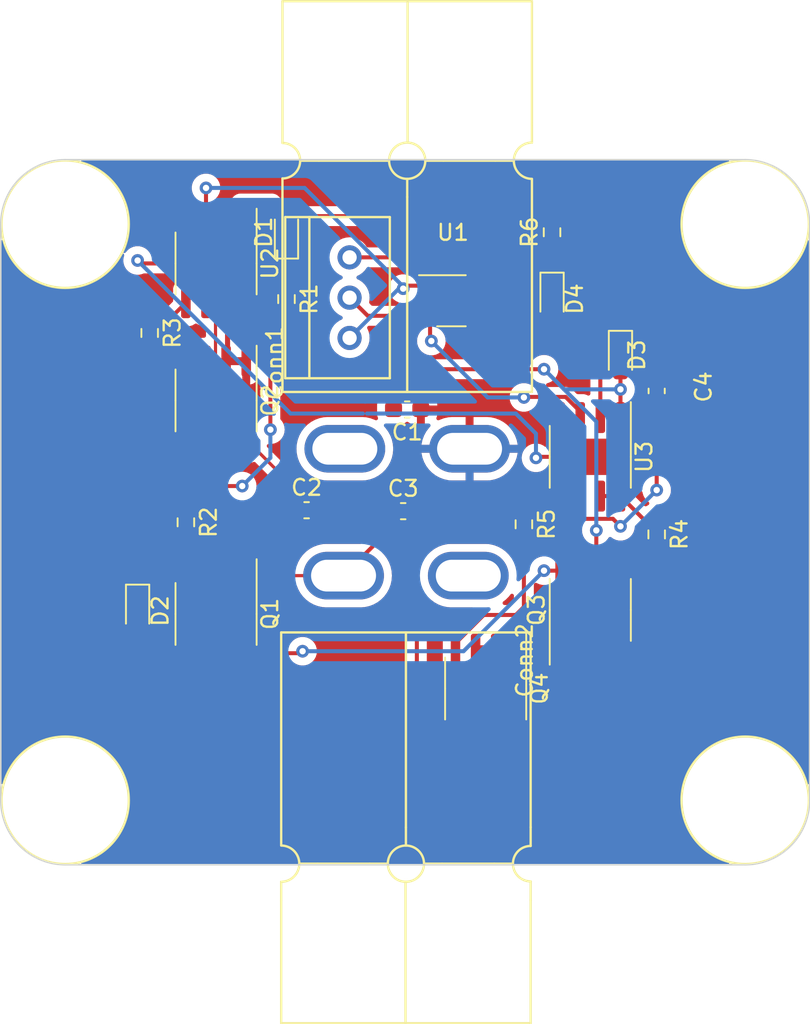
<source format=kicad_pcb>
(kicad_pcb (version 20221018) (generator pcbnew)
  (layers (0 "F.Cu" signal) (31 "B.Cu" signal) (34 "B.Paste" user) (35 "F.Paste" user) (36 "B.SilkS" user "B.Silkscreen") (37 "F.SilkS" user "F.Silkscreen") (38 "B.Mask" user) (39 "F.Mask" user) (44 "Edge.Cuts" user))
  (net 0 "")
  (net 1 "GND")
  (net 2 "Net-(Conn1B-V+Log)")
  (net 3 "Net-(D2-K)")
  (net 4 "/M+")
  (net 5 "/M-")
  (net 6 "Net-(D3-K)")
  (net 7 "PWM_FWD")
  (net 8 "PWM_RVS")
  (net 9 "+3V3")
  (net 10 "Net-(D1-K)")
  (net 11 "Net-(D1-A)")
  (net 12 "+12V")
  (net 13 "Net-(D4-K)")
  (net 14 "Net-(D4-A)")
  (net 15 "Net-(Q1-G)")
  (net 16 "Net-(Q2-G)")
  (net 17 "Net-(Q3-G)")
  (net 18 "Net-(Q4-G)")
  (net 19 "Net-(U2-LO)")
  (net 20 "Net-(U3-LO)")
  (footprint "MRDT_Connectors:Square_Anderson_2_H_Side_By_Side_PV" (layer "F.Cu") (at 156.891 53.6538 -90)
    (fp_text reference "Conn1" (at -5.524 12.603 90) (layer "F.SilkS"))
    (fp_text value "AndersonPP")
    (fp_line (start -28.344 -3.637) (end -28.344 12.111) (stroke (width 0.15)) (layer "F.SilkS"))
    (fp_line (start -28.3186 -3.637) (end -20.5716 -3.637) (stroke (width 0.15)) (layer "F.SilkS"))
    (fp_line (start -28.3186 4.2116) (end -19.4286 4.2116) (stroke (width 0.15)) (layer "F.SilkS"))
    (fp_line (start -20.597 12.111) (end -19.4286 12.111) (stroke (width 0.15)) (layer "F.SilkS"))
    (fp_line (start -20.5716 12.111) (end -28.3186 12.111) (stroke (width 0.15)) (layer "F.SilkS"))
    (fp_line (start -19.4286 -3.637) (end -20.6478 -3.637) (stroke (width 0.15)) (layer "F.SilkS"))
    (fp_line (start -18.2856 -2.494) (end -18.2856 -1.3256) (stroke (width 0.15)) (layer "F.SilkS"))
    (fp_line (start -18.2856 1.951) (end -18.2856 -1.3256) (stroke (width 0.15)) (layer "F.SilkS"))
    (fp_line (start -18.2856 1.951) (end -18.2856 3.094) (stroke (width 0.15)) (layer "F.SilkS"))
    (fp_line (start -18.2856 6.523) (end -18.2856 5.38) (stroke (width 0.15)) (layer "F.SilkS"))
    (fp_line (start -18.2856 6.523) (end -18.2856 9.825) (stroke (width 0.15)) (layer "F.SilkS"))
    (fp_line (start -18.2856 9.7996) (end -18.2856 10.968) (stroke (width 0.15)) (layer "F.SilkS"))
    (fp_line (start -16.025 -3.637) (end -17.1172 -3.637) (stroke (width 0.15)) (layer "F.SilkS"))
    (fp_line (start -15.9996 -3.637) (end -3.706 -3.637) (stroke (width 0.15)) (layer "F.SilkS"))
    (fp_line (start -15.9996 4.237) (end -17.1426 4.237) (stroke (width 0.15)) (layer "F.SilkS"))
    (fp_line (start -15.9996 4.237) (end -3.706 4.237) (stroke (width 0.15)) (layer "F.SilkS"))
    (fp_line (start -15.9996 12.111) (end -3.706 12.111) (stroke (width 0.15)) (layer "F.SilkS"))
    (fp_line (start -15.9742 12.111) (end -17.168 12.111) (stroke (width 0.15)) (layer "F.SilkS"))
    (fp_line (start -3.706 -3.637) (end -3.706 12.111) (stroke (width 0.15)) (layer "F.SilkS"))
    (fp_arc (start -19.4032 12.111) (mid -19.075863 11.320737) (end -18.2856 10.9934) (stroke (width 0.15)) (layer "F.SilkS"))
    (fp_arc (start -18.2856 -2.494) (mid -19.093823 -2.828777) (end -19.4286 -3.637) (stroke (width 0.15)) (layer "F.SilkS"))
    (fp_arc (start -18.2856 10.9934) (mid -17.495337 11.320737) (end -17.168 12.111) (stroke (width 0.15)) (layer "F.SilkS"))
    (fp_arc (start -17.1426 -3.637) (mid -17.477377 -2.828777) (end -18.2856 -2.494) (stroke (width 0.15)) (layer "F.SilkS"))
    (fp_circle (center -18.2856 4.237) (end -18.2856 5.38) (stroke (width 0.15)) (fill none) (layer "F.SilkS"))
    (pad "1" thru_hole oval (at -0.1246 0.3 270) (size 3 5.1) (drill oval 2 4.1) (layers "*.Cu" "*.Mask") (net 1 "GND"))
    (pad "4" thru_hole oval (at -0.1246 8.174 270) (size 3 5.1) (drill oval 2 4.1) (layers "*.Cu" "*.Mask"))
  )
  (footprint "Package_SO:SOIC-8-1EP_3.9x4.9mm_P1.27mm_EP2.29x3mm" (layer "F.Cu") (at 164.211 54.037 -90)
    (fp_text reference "U3" (at 0 -3.4 90) (layer "F.SilkS"))
    (fp_text value "IRS2308")
    (fp_line (start 0 -2.56) (end -3.45 -2.56) (stroke (width 0.12)) (layer "F.SilkS"))
    (fp_line (start 0 -2.56) (end 1.95 -2.56) (stroke (width 0.12)) (layer "F.SilkS"))
    (fp_line (start 0 2.56) (end -1.95 2.56) (stroke (width 0.12)) (layer "F.SilkS"))
    (fp_line (start 0 2.56) (end 1.95 2.56) (stroke (width 0.12)) (layer "F.SilkS"))
    (pad "1" smd roundrect (at -2.475 -1.905 270) (size 1.95 0.6) (layers "F.Cu" "F.Paste" "F.Mask") (net 12 "+12V"))
    (pad "2" smd roundrect (at -2.475 -0.635 270) (size 1.95 0.6) (layers "F.Cu" "F.Paste" "F.Mask") (net 14 "Net-(D4-A)"))
    (pad "3" smd roundrect (at -2.475 0.635 270) (size 1.95 0.6) (layers "F.Cu" "F.Paste" "F.Mask") (net 8 "PWM_RVS"))
    (pad "4" smd roundrect (at -2.475 1.905 270) (size 1.95 0.6) (layers "F.Cu" "F.Paste" "F.Mask") (net 1 "GND"))
    (pad "5" smd roundrect (at 2.475 1.905 270) (size 1.95 0.6) (layers "F.Cu" "F.Paste" "F.Mask") (net 20 "Net-(U3-LO)"))
    (pad "6" smd roundrect (at 2.475 0.635 270) (size 1.95 0.6) (layers "F.Cu" "F.Paste" "F.Mask") (net 5 "/M-"))
    (pad "7" smd roundrect (at 2.475 -0.635 270) (size 1.95 0.6) (layers "F.Cu" "F.Paste" "F.Mask") (net 6 "Net-(D3-K)"))
    (pad "8" smd roundrect (at 2.475 -1.905 270) (size 1.95 0.6) (layers "F.Cu" "F.Paste" "F.Mask") (net 6 "Net-(D3-K)"))
    (pad "9" smd rect (at 0 0 270) (size 2.29 3) (layers "F.Cu" "F.Mask"))
  )
  (footprint "MRDT_Drill_Holes:4_40_Hole" (layer "F.Cu") (at 131.064 75.692)
    (fp_text reference "REF**" hide)
    (fp_text value "4_40_Hole" hide)
    (fp_circle (center 0 0) (end -0.00508 4.01828) (stroke (width 0.15)) (fill none) (layer "F.SilkS"))
    (pad "" np_thru_hole circle (at 0 0) (size 2.9464 2.9464) (drill 2.9464) (layers "F&B.Cu" "*.Mask") (clearance 2.5))
  )
  (footprint "MRDT_Connectors:MOLEX_SL_03_Vertical" (layer "F.Cu") (at 149.017 46.5418 90)
    (fp_text reference "Conn3" hide)
    (fp_text value "Molex_SL_03")
    (fp_line (start -2.54 -4.064) (end -2.54 -2.54) (stroke (width 0.15)) (layer "F.SilkS"))
    (fp_line (start -2.54 2.54) (end -2.54 -2.54) (stroke (width 0.15)) (layer "F.SilkS"))
    (fp_line (start -2.54 2.54) (end 7.62 2.54) (stroke (width 0.15)) (layer "F.SilkS"))
    (fp_line (start 7.62 -4.064) (end -2.54 -4.064) (stroke (width 0.15)) (layer "F.SilkS"))
    (fp_line (start 7.62 -2.54) (end -2.54 -2.54) (stroke (width 0.15)) (layer "F.SilkS"))
    (fp_line (start 7.62 -2.54) (end 7.62 -4.064) (stroke (width 0.15)) (layer "F.SilkS"))
    (fp_line (start 7.62 2.54) (end 7.62 -2.54) (stroke (width 0.15)) (layer "F.SilkS"))
    (pad "1" thru_hole circle (at 0 0 90) (size 1.524 1.524) (drill 0.9) (layers "*.Cu" "*.Mask") (net 7 "PWM_FWD"))
    (pad "2" thru_hole circle (at 2.54 0 90) (size 1.524 1.524) (drill 0.9) (layers "*.Cu" "*.Mask") (net 8 "PWM_RVS"))
    (pad "3" thru_hole circle (at 5.08 0 90) (size 1.524 1.524) (drill 0.9) (layers "*.Cu" "*.Mask") (net 9 "+3V3"))
  )
  (footprint "Resistor_SMD:R_0603_1608Metric_Pad0.98x0.95mm_HandSolder" (layer "F.Cu") (at 160.02 58.29 -90)
    (fp_text reference "R5" (at 0 -1.43 90) (layer "F.SilkS"))
    (fp_text value "100")
    (fp_line (start -0.254724 -0.5225) (end 0.254724 -0.5225) (stroke (width 0.12)) (layer "F.SilkS"))
    (fp_line (start -0.254724 0.5225) (end 0.254724 0.5225) (stroke (width 0.12)) (layer "F.SilkS"))
    (pad "1" smd roundrect (at -0.9125 0 270) (size 0.975 0.95) (layers "F.Cu" "F.Paste" "F.Mask") (net 20 "Net-(U3-LO)"))
    (pad "2" smd roundrect (at 0.9125 0 270) (size 0.975 0.95) (layers "F.Cu" "F.Paste" "F.Mask") (net 18 "Net-(Q4-G)"))
  )
  (footprint "Package_TO_SOT_SMD:SOT-23-6_Handsoldering" (layer "F.Cu") (at 155.448 44.196)
    (fp_text reference "U1" (at 0.092 -4.3) (layer "F.SilkS"))
    (fp_text value "74LVC2G04")
    (fp_line (start -0.9 1.61) (end 0.9 1.61) (stroke (width 0.12)) (layer "F.SilkS"))
    (fp_line (start 0.9 -1.61) (end -2.05 -1.61) (stroke (width 0.12)) (layer "F.SilkS"))
    (pad "1" smd rect (at -1.35 -0.95) (size 1.56 0.65) (layers "F.Cu" "F.Paste" "F.Mask") (net 7 "PWM_FWD"))
    (pad "2" smd rect (at -1.35 0) (size 1.56 0.65) (layers "F.Cu" "F.Paste" "F.Mask") (net 1 "GND"))
    (pad "3" smd rect (at -1.35 0.95) (size 1.56 0.65) (layers "F.Cu" "F.Paste" "F.Mask") (net 8 "PWM_RVS"))
    (pad "4" smd rect (at 1.35 0.95) (size 1.56 0.65) (layers "F.Cu" "F.Paste" "F.Mask") (net 14 "Net-(D4-A)"))
    (pad "5" smd rect (at 1.35 0) (size 1.56 0.65) (layers "F.Cu" "F.Paste" "F.Mask") (net 9 "+3V3"))
    (pad "6" smd rect (at 1.35 -0.95) (size 1.56 0.65) (layers "F.Cu" "F.Paste" "F.Mask") (net 11 "Net-(D1-A)"))
  )
  (footprint "Capacitor_SMD:C_0603_1608Metric_Pad1.08x0.95mm_HandSolder" (layer "F.Cu") (at 152.654 51.054 180)
    (fp_text reference "C1" (at 0 -1.43) (layer "F.SilkS"))
    (fp_text value "220uF")
    (fp_line (start -0.146267 -0.51) (end 0.146267 -0.51) (stroke (width 0.12)) (layer "F.SilkS"))
    (fp_line (start -0.146267 0.51) (end 0.146267 0.51) (stroke (width 0.12)) (layer "F.SilkS"))
    (pad "1" smd roundrect (at -0.8625 0 180) (size 1.075 0.95) (layers "F.Cu" "F.Paste" "F.Mask") (net 1 "GND"))
    (pad "2" smd roundrect (at 0.8625 0 180) (size 1.075 0.95) (layers "F.Cu" "F.Paste" "F.Mask") (net 2 "Net-(Conn1B-V+Log)"))
  )
  (footprint "Resistor_SMD:R_0603_1608Metric_Pad0.98x0.95mm_HandSolder" (layer "F.Cu") (at 145.034 44.0925 -90)
    (fp_text reference "R1" (at 0 -1.43 90) (layer "F.SilkS"))
    (fp_text value "120")
    (fp_line (start -0.254724 -0.5225) (end 0.254724 -0.5225) (stroke (width 0.12)) (layer "F.SilkS"))
    (fp_line (start -0.254724 0.5225) (end 0.254724 0.5225) (stroke (width 0.12)) (layer "F.SilkS"))
    (pad "1" smd roundrect (at -0.9125 0 270) (size 0.975 0.95) (layers "F.Cu" "F.Paste" "F.Mask") (net 10 "Net-(D1-K)"))
    (pad "2" smd roundrect (at 0.9125 0 270) (size 0.975 0.95) (layers "F.Cu" "F.Paste" "F.Mask") (net 1 "GND"))
  )
  (footprint "Diode_SMD:D_0603_1608Metric_Pad1.05x0.95mm_HandSolder" (layer "F.Cu") (at 135.636 63.754 -90)
    (fp_text reference "D2" (at 0 -1.43 90) (layer "F.SilkS"))
    (fp_text value "SD0603S04")
    (fp_line (start -1.66 -0.735) (end -1.66 0.735) (stroke (width 0.12)) (layer "F.SilkS"))
    (fp_line (start -1.66 0.735) (end 0.8 0.735) (stroke (width 0.12)) (layer "F.SilkS"))
    (fp_line (start 0.8 -0.735) (end -1.66 -0.735) (stroke (width 0.12)) (layer "F.SilkS"))
    (pad "1" smd roundrect (at -0.875 0 270) (size 1.05 0.95) (layers "F.Cu" "F.Paste" "F.Mask") (net 3 "Net-(D2-K)"))
    (pad "2" smd roundrect (at 0.875 0 270) (size 1.05 0.95) (layers "F.Cu" "F.Paste" "F.Mask") (net 12 "+12V"))
  )
  (footprint "Resistor_SMD:R_0603_1608Metric_Pad0.98x0.95mm_HandSolder" (layer "F.Cu") (at 138.684 58.166 -90)
    (fp_text reference "R2" (at 0 -1.43 90) (layer "F.SilkS"))
    (fp_text value "100")
    (fp_line (start -0.254724 -0.5225) (end 0.254724 -0.5225) (stroke (width 0.12)) (layer "F.SilkS"))
    (fp_line (start -0.254724 0.5225) (end 0.254724 0.5225) (stroke (width 0.12)) (layer "F.SilkS"))
    (pad "1" smd roundrect (at -0.9125 0 270) (size 0.975 0.95) (layers "F.Cu" "F.Paste" "F.Mask") (net 3 "Net-(D2-K)"))
    (pad "2" smd roundrect (at 0.9125 0 270) (size 0.975 0.95) (layers "F.Cu" "F.Paste" "F.Mask") (net 15 "Net-(Q1-G)"))
  )
  (footprint "MRDT_Connectors:Square_Anderson_2_H_Side_By_Side_PV" (layer "F.Cu") (at 148.336 61.4032 90)
    (fp_text reference "Conn2" (at -5.466 11.726 90) (layer "F.SilkS"))
    (fp_text value "AndersonPP")
    (fp_line (start -28.344 -3.637) (end -28.344 12.111) (stroke (width 0.15)) (layer "F.SilkS"))
    (fp_line (start -28.3186 -3.637) (end -20.5716 -3.637) (stroke (width 0.15)) (layer "F.SilkS"))
    (fp_line (start -28.3186 4.2116) (end -19.4286 4.2116) (stroke (width 0.15)) (layer "F.SilkS"))
    (fp_line (start -20.597 12.111) (end -19.4286 12.111) (stroke (width 0.15)) (layer "F.SilkS"))
    (fp_line (start -20.5716 12.111) (end -28.3186 12.111) (stroke (width 0.15)) (layer "F.SilkS"))
    (fp_line (start -19.4286 -3.637) (end -20.6478 -3.637) (stroke (width 0.15)) (layer "F.SilkS"))
    (fp_line (start -18.2856 -2.494) (end -18.2856 -1.3256) (stroke (width 0.15)) (layer "F.SilkS"))
    (fp_line (start -18.2856 1.951) (end -18.2856 -1.3256) (stroke (width 0.15)) (layer "F.SilkS"))
    (fp_line (start -18.2856 1.951) (end -18.2856 3.094) (stroke (width 0.15)) (layer "F.SilkS"))
    (fp_line (start -18.2856 6.523) (end -18.2856 5.38) (stroke (width 0.15)) (layer "F.SilkS"))
    (fp_line (start -18.2856 6.523) (end -18.2856 9.825) (stroke (width 0.15)) (layer "F.SilkS"))
    (fp_line (start -18.2856 9.7996) (end -18.2856 10.968) (stroke (width 0.15)) (layer "F.SilkS"))
    (fp_line (start -16.025 -3.637) (end -17.1172 -3.637) (stroke (width 0.15)) (layer "F.SilkS"))
    (fp_line (start -15.9996 -3.637) (end -3.706 -3.637) (stroke (width 0.15)) (layer "F.SilkS"))
    (fp_line (start -15.9996 4.237) (end -17.1426 4.237) (stroke (width 0.15)) (layer "F.SilkS"))
    (fp_line (start -15.9996 4.237) (end -3.706 4.237) (stroke (width 0.15)) (layer "F.SilkS"))
    (fp_line (start -15.9996 12.111) (end -3.706 12.111) (stroke (width 0.15)) (layer "F.SilkS"))
    (fp_line (start -15.9742 12.111) (end -17.168 12.111) (stroke (width 0.15)) (layer "F.SilkS"))
    (fp_line (start -3.706 -3.637) (end -3.706 12.111) (stroke (width 0.15)) (layer "F.SilkS"))
    (fp_arc (start -19.4032 12.111) (mid -19.075863 11.320737) (end -18.2856 10.9934) (stroke (width 0.15)) (layer "F.SilkS"))
    (fp_arc (start -18.2856 -2.494) (mid -19.093823 -2.828777) (end -19.4286 -3.637) (stroke (width 0.15)) (layer "F.SilkS"))
    (fp_arc (start -18.2856 10.9934) (mid -17.495337 11.320737) (end -17.168 12.111) (stroke (width 0.15)) (layer "F.SilkS"))
    (fp_arc (start -17.1426 -3.637) (mid -17.477377 -2.828777) (end -18.2856 -2.494) (stroke (width 0.15)) (layer "F.SilkS"))
    (fp_circle (center -18.2856 4.237) (end -18.2856 5.38) (stroke (width 0.15)) (fill none) (layer "F.SilkS"))
    (pad "1" thru_hole oval (at -0.1246 0.3 90) (size 3 5.1) (drill oval 2 4.1) (layers "*.Cu" "*.Mask") (net 4 "/M+"))
    (pad "4" thru_hole oval (at -0.1246 8.174 90) (size 3 5.1) (drill oval 2 4.1) (layers "*.Cu" "*.Mask"))
  )
  (footprint "Package_SO:SOIC-8_3.9x4.9mm_P1.27mm" (layer "F.Cu") (at 140.589 50.481 -90)
    (fp_text reference "Q2" (at 0 -3.4 -270) (layer "F.SilkS"))
    (fp_text value "Si4156DY")
    (fp_line (start 0 -2.56) (end -3.45 -2.56) (stroke (width 0.12)) (layer "F.SilkS"))
    (fp_line (start 0 -2.56) (end 1.95 -2.56) (stroke (width 0.12)) (layer "F.SilkS"))
    (fp_line (start 0 2.56) (end -1.95 2.56) (stroke (width 0.12)) (layer "F.SilkS"))
    (fp_line (start 0 2.56) (end 1.95 2.56) (stroke (width 0.12)) (layer "F.SilkS"))
    (pad "1" smd roundrect (at -2.475 -1.905 270) (size 1.95 0.6) (layers "F.Cu" "F.Paste" "F.Mask") (net 1 "GND"))
    (pad "2" smd roundrect (at -2.475 -0.635 270) (size 1.95 0.6) (layers "F.Cu" "F.Paste" "F.Mask") (net 1 "GND"))
    (pad "3" smd roundrect (at -2.475 0.635 270) (size 1.95 0.6) (layers "F.Cu" "F.Paste" "F.Mask") (net 1 "GND"))
    (pad "4" smd roundrect (at -2.475 1.905 270) (size 1.95 0.6) (layers "F.Cu" "F.Paste" "F.Mask") (net 16 "Net-(Q2-G)"))
    (pad "5" smd roundrect (at 2.475 1.905 270) (size 1.95 0.6) (layers "F.Cu" "F.Paste" "F.Mask") (net 4 "/M+"))
    (pad "6" smd roundrect (at 2.475 0.635 270) (size 1.95 0.6) (layers "F.Cu" "F.Paste" "F.Mask") (net 4 "/M+"))
    (pad "7" smd roundrect (at 2.475 -0.635 270) (size 1.95 0.6) (layers "F.Cu" "F.Paste" "F.Mask") (net 4 "/M+"))
    (pad "8" smd roundrect (at 2.475 -1.905 270) (size 1.95 0.6) (layers "F.Cu" "F.Paste" "F.Mask") (net 4 "/M+"))
  )
  (footprint "LED_SMD:LED_0603_1608Metric_Pad1.05x0.95mm_HandSolder" (layer "F.Cu") (at 145.034 39.878 90)
    (fp_text reference "D1" (at 0 -1.43 90) (layer "F.SilkS"))
    (fp_text value "Orange")
    (fp_line (start -1.66 -0.735) (end -1.66 0.735) (stroke (width 0.12)) (layer "F.SilkS"))
    (fp_line (start -1.66 0.735) (end 0.8 0.735) (stroke (width 0.12)) (layer "F.SilkS"))
    (fp_line (start 0.8 -0.735) (end -1.66 -0.735) (stroke (width 0.12)) (layer "F.SilkS"))
    (pad "1" smd roundrect (at -0.875 0 90) (size 1.05 0.95) (layers "F.Cu" "F.Paste" "F.Mask") (net 10 "Net-(D1-K)"))
    (pad "2" smd roundrect (at 0.875 0 90) (size 1.05 0.95) (layers "F.Cu" "F.Paste" "F.Mask") (net 11 "Net-(D1-A)"))
  )
  (footprint "Resistor_SMD:R_0603_1608Metric_Pad0.98x0.95mm_HandSolder" (layer "F.Cu") (at 161.798 39.878 90)
    (fp_text reference "R6" (at 0 -1.43 90) (layer "F.SilkS"))
    (fp_text value "120")
    (fp_line (start -0.254724 -0.5225) (end 0.254724 -0.5225) (stroke (width 0.12)) (layer "F.SilkS"))
    (fp_line (start -0.254724 0.5225) (end 0.254724 0.5225) (stroke (width 0.12)) (layer "F.SilkS"))
    (pad "1" smd roundrect (at -0.9125 0 90) (size 0.975 0.95) (layers "F.Cu" "F.Paste" "F.Mask") (net 13 "Net-(D4-K)"))
    (pad "2" smd roundrect (at 0.9125 0 90) (size 0.975 0.95) (layers "F.Cu" "F.Paste" "F.Mask") (net 1 "GND"))
  )
  (footprint "MRDT_Drill_Holes:4_40_Hole" (layer "F.Cu") (at 173.99 75.692)
    (fp_text reference "REF**" hide)
    (fp_text value "4_40_Hole" hide)
    (fp_circle (center 0 0) (end -0.00508 4.01828) (stroke (width 0.15)) (fill none) (layer "F.SilkS"))
    (pad "" np_thru_hole circle (at 0 0) (size 2.9464 2.9464) (drill 2.9464) (layers "F&B.Cu" "*.Mask") (clearance 2.5))
  )
  (footprint "Capacitor_SMD:C_0603_1608Metric_Pad1.08x0.95mm_HandSolder" (layer "F.Cu") (at 152.4 57.4638)
    (fp_text reference "C3" (at 0 -1.43) (layer "F.SilkS"))
    (fp_text value "10uF")
    (fp_line (start -0.146267 -0.51) (end 0.146267 -0.51) (stroke (width 0.12)) (layer "F.SilkS"))
    (fp_line (start -0.146267 0.51) (end 0.146267 0.51) (stroke (width 0.12)) (layer "F.SilkS"))
    (pad "1" smd roundrect (at -0.8625 0) (size 1.075 0.95) (layers "F.Cu" "F.Paste" "F.Mask") (net 4 "/M+"))
    (pad "2" smd roundrect (at 0.8625 0) (size 1.075 0.95) (layers "F.Cu" "F.Paste" "F.Mask") (net 5 "/M-"))
  )
  (footprint "Resistor_SMD:R_0603_1608Metric_Pad0.98x0.95mm_HandSolder" (layer "F.Cu") (at 168.402 58.928 -90)
    (fp_text reference "R4" (at 0 -1.43 90) (layer "F.SilkS"))
    (fp_text value "100")
    (fp_line (start -0.254724 -0.5225) (end 0.254724 -0.5225) (stroke (width 0.12)) (layer "F.SilkS"))
    (fp_line (start -0.254724 0.5225) (end 0.254724 0.5225) (stroke (width 0.12)) (layer "F.SilkS"))
    (pad "1" smd roundrect (at -0.9125 0 270) (size 0.975 0.95) (layers "F.Cu" "F.Paste" "F.Mask") (net 6 "Net-(D3-K)"))
    (pad "2" smd roundrect (at 0.9125 0 270) (size 0.975 0.95) (layers "F.Cu" "F.Paste" "F.Mask") (net 17 "Net-(Q3-G)"))
  )
  (footprint "Package_SO:SOIC-8_3.9x4.9mm_P1.27mm" (layer "F.Cu") (at 140.589 63.943 -90)
    (fp_text reference "Q1" (at 0 -3.4 90) (layer "F.SilkS"))
    (fp_text value "Si4156DY")
    (fp_line (start 0 -2.56) (end -3.45 -2.56) (stroke (width 0.12)) (layer "F.SilkS"))
    (fp_line (start 0 -2.56) (end 1.95 -2.56) (stroke (width 0.12)) (layer "F.SilkS"))
    (fp_line (start 0 2.56) (end -1.95 2.56) (stroke (width 0.12)) (layer "F.SilkS"))
    (fp_line (start 0 2.56) (end 1.95 2.56) (stroke (width 0.12)) (layer "F.SilkS"))
    (pad "1" smd roundrect (at -2.475 -1.905 270) (size 1.95 0.6) (layers "F.Cu" "F.Paste" "F.Mask") (net 4 "/M+"))
    (pad "2" smd roundrect (at -2.475 -0.635 270) (size 1.95 0.6) (layers "F.Cu" "F.Paste" "F.Mask") (net 4 "/M+"))
    (pad "3" smd roundrect (at -2.475 0.635 270) (size 1.95 0.6) (layers "F.Cu" "F.Paste" "F.Mask") (net 4 "/M+"))
    (pad "4" smd roundrect (at -2.475 1.905 270) (size 1.95 0.6) (layers "F.Cu" "F.Paste" "F.Mask") (net 15 "Net-(Q1-G)"))
    (pad "5" smd roundrect (at 2.475 1.905 270) (size 1.95 0.6) (layers "F.Cu" "F.Paste" "F.Mask") (net 12 "+12V"))
    (pad "6" smd roundrect (at 2.475 0.635 270) (size 1.95 0.6) (layers "F.Cu" "F.Paste" "F.Mask") (net 12 "+12V"))
    (pad "7" smd roundrect (at 2.475 -0.635 270) (size 1.95 0.6) (layers "F.Cu" "F.Paste" "F.Mask") (net 12 "+12V"))
    (pad "8" smd roundrect (at 2.475 -1.905 270) (size 1.95 0.6) (layers "F.Cu" "F.Paste" "F.Mask") (net 12 "+12V"))
  )
  (footprint "Diode_SMD:D_0603_1608Metric_Pad1.05x0.95mm_HandSolder" (layer "F.Cu") (at 166.116 47.752 -90)
    (fp_text reference "D3" (at -0.127 -1.037 90) (layer "F.SilkS"))
    (fp_text value "SD0603S04")
    (fp_line (start -1.66 -0.735) (end -1.66 0.735) (stroke (width 0.12)) (layer "F.SilkS"))
    (fp_line (start -1.66 0.735) (end 0.8 0.735) (stroke (width 0.12)) (layer "F.SilkS"))
    (fp_line (start 0.8 -0.735) (end -1.66 -0.735) (stroke (width 0.12)) (layer "F.SilkS"))
    (pad "1" smd roundrect (at -0.875 0 270) (size 1.05 0.95) (layers "F.Cu" "F.Paste" "F.Mask") (net 6 "Net-(D3-K)"))
    (pad "2" smd roundrect (at 0.875 0 270) (size 1.05 0.95) (layers "F.Cu" "F.Paste" "F.Mask") (net 12 "+12V"))
  )
  (footprint "Resistor_SMD:R_0603_1608Metric_Pad0.98x0.95mm_HandSolder" (layer "F.Cu") (at 136.398 46.228 -90)
    (fp_text reference "R3" (at 0 -1.43 90) (layer "F.SilkS"))
    (fp_text value "100")
    (fp_line (start -0.254724 -0.5225) (end 0.254724 -0.5225) (stroke (width 0.12)) (layer "F.SilkS"))
    (fp_line (start -0.254724 0.5225) (end 0.254724 0.5225) (stroke (width 0.12)) (layer "F.SilkS"))
    (pad "1" smd roundrect (at -0.9125 0 270) (size 0.975 0.95) (layers "F.Cu" "F.Paste" "F.Mask") (net 19 "Net-(U2-LO)"))
    (pad "2" smd roundrect (at 0.9125 0 270) (size 0.975 0.95) (layers "F.Cu" "F.Paste" "F.Mask") (net 16 "Net-(Q2-G)"))
  )
  (footprint "Package_SO:SOIC-8-1EP_3.9x4.9mm_P1.27mm_EP2.29x3mm" (layer "F.Cu") (at 140.589 41.845 -90)
    (fp_text reference "U2" (at 0 -3.4 -270) (layer "F.SilkS"))
    (fp_text value "IRS2308")
    (fp_line (start 0 -2.56) (end -3.45 -2.56) (stroke (width 0.12)) (layer "F.SilkS"))
    (fp_line (start 0 -2.56) (end 1.95 -2.56) (stroke (width 0.12)) (layer "F.SilkS"))
    (fp_line (start 0 2.56) (end -1.95 2.56) (stroke (width 0.12)) (layer "F.SilkS"))
    (fp_line (start 0 2.56) (end 1.95 2.56) (stroke (width 0.12)) (layer "F.SilkS"))
    (pad "1" smd roundrect (at -2.475 -1.905 270) (size 1.95 0.6) (layers "F.Cu" "F.Paste" "F.Mask") (net 12 "+12V"))
    (pad "2" smd roundrect (at -2.475 -0.635 270) (size 1.95 0.6) (layers "F.Cu" "F.Paste" "F.Mask") (net 11 "Net-(D1-A)"))
    (pad "3" smd roundrect (at -2.475 0.635 270) (size 1.95 0.6) (layers "F.Cu" "F.Paste" "F.Mask") (net 7 "PWM_FWD"))
    (pad "4" smd roundrect (at -2.475 1.905 270) (size 1.95 0.6) (layers "F.Cu" "F.Paste" "F.Mask") (net 1 "GND"))
    (pad "5" smd roundrect (at 2.475 1.905 270) (size 1.95 0.6) (layers "F.Cu" "F.Paste" "F.Mask") (net 19 "Net-(U2-LO)"))
    (pad "6" smd roundrect (at 2.475 0.635 270) (size 1.95 0.6) (layers "F.Cu" "F.Paste" "F.Mask") (net 4 "/M+"))
    (pad "7" smd roundrect (at 2.475 -0.635 270) (size 1.95 0.6) (layers "F.Cu" "F.Paste" "F.Mask") (net 3 "Net-(D2-K)"))
    (pad "8" smd roundrect (at 2.475 -1.905 270) (size 1.95 0.6) (layers "F.Cu" "F.Paste" "F.Mask") (net 3 "Net-(D2-K)"))
    (pad "9" smd rect (at 0 0 270) (size 2.29 3) (layers "F.Cu" "F.Mask"))
  )
  (footprint "LED_SMD:LED_0603_1608Metric_Pad1.05x0.95mm_HandSolder" (layer "F.Cu") (at 161.798 44.083 -90)
    (fp_text reference "D4" (at 0 -1.43 90) (layer "F.SilkS"))
    (fp_text value "Orange")
    (fp_line (start -1.66 -0.735) (end -1.66 0.735) (stroke (width 0.12)) (layer "F.SilkS"))
    (fp_line (start -1.66 0.735) (end 0.8 0.735) (stroke (width 0.12)) (layer "F.SilkS"))
    (fp_line (start 0.8 -0.735) (end -1.66 -0.735) (stroke (width 0.12)) (layer "F.SilkS"))
    (pad "1" smd roundrect (at -0.875 0 270) (size 1.05 0.95) (layers "F.Cu" "F.Paste" "F.Mask") (net 13 "Net-(D4-K)"))
    (pad "2" smd roundrect (at 0.875 0 270) (size 1.05 0.95) (layers "F.Cu" "F.Paste" "F.Mask") (net 14 "Net-(D4-A)"))
  )
  (footprint "MRDT_Drill_Holes:4_40_Hole" (layer "F.Cu") (at 173.99 39.37)
    (fp_text reference "REF**" hide)
    (fp_text value "4_40_Hole" hide)
    (fp_circle (center 0 0) (end -0.00508 4.01828) (stroke (width 0.15)) (fill none) (layer "F.SilkS"))
    (pad "" np_thru_hole circle (at 0 0) (size 2.9464 2.9464) (drill 2.9464) (layers "*.Cu" "*.Mask") (clearance 2.5))
  )
  (footprint "Package_SO:SOIC-8_3.9x4.9mm_P1.27mm" (layer "F.Cu") (at 157.607 68.645 -90)
    (fp_text reference "Q4" (at 0 -3.4 90) (layer "F.SilkS"))
    (fp_text value "Si4156DY")
    (fp_line (start 0 -2.56) (end -3.45 -2.56) (stroke (width 0.12)) (layer "F.SilkS"))
    (fp_line (start 0 -2.56) (end 1.95 -2.56) (stroke (width 0.12)) (layer "F.SilkS"))
    (fp_line (start 0 2.56) (end -1.95 2.56) (stroke (width 0.12)) (layer "F.SilkS"))
    (fp_line (start 0 2.56) (end 1.95 2.56) (stroke (width 0.12)) (layer "F.SilkS"))
    (pad "1" smd roundrect (at -2.475 -1.905 270) (size 1.95 0.6) (layers "F.Cu" "F.Paste" "F.Mask") (net 1 "GND"))
    (pad "2" smd roundrect (at -2.475 -0.635 270) (size 1.95 0.6) (layers "F.Cu" "F.Paste" "F.Mask") (net 1 "GND"))
    (pad "3" smd roundrect (at -2.475 0.635 270) (size 1.95 0.6) (layers "F.Cu" "F.Paste" "F.Mask") (net 1 "GND"))
    (pad "4" smd roundrect (at -2.475 1.905 270) (size 1.95 0.6) (layers "F.Cu" "F.Paste" "F.Mask") (net 18 "Net-(Q4-G)"))
    (pad "5" smd roundrect (at 2.475 1.905 270) (size 1.95 0.6) (layers "F.Cu" "F.Paste" "F.Mask") (net 5 "/M-"))
    (pad "6" smd roundrect (at 2.475 0.635 270) (size 1.95 0.6) (layers "F.Cu" "F.Paste" "F.Mask") (net 5 "/M-"))
    (pad "7" smd roundrect (at 2.475 -0.635 270) (size 1.95 0.6) (layers "F.Cu" "F.Paste" "F.Mask") (net 5 "/M-"))
    (pad "8" smd roundrect (at 2.475 -1.905 270) (size 1.95 0.6) (layers "F.Cu" "F.Paste" "F.Mask") (net 5 "/M-"))
  )
  (footprint "Capacitor_SMD:C_0603_1608Metric_Pad1.08x0.95mm_HandSolder" (layer "F.Cu") (at 168.402 49.8845 -90)
    (fp_text reference "C4" (at -0.254 -2.954 90) (layer "F.SilkS"))
    (fp_text value "1uF")
    (fp_line (start -0.146267 -0.51) (end 0.146267 -0.51) (stroke (width 0.12)) (layer "F.SilkS"))
    (fp_line (start -0.146267 0.51) (end 0.146267 0.51) (stroke (width 0.12)) (layer "F.SilkS"))
    (pad "1" smd roundrect (at -0.8625 0 270) (size 1.075 0.95) (layers "F.Cu" "F.Paste" "F.Mask") (net 6 "Net-(D3-K)"))
    (pad "2" smd roundrect (at 0.8625 0 270) (size 1.075 0.95) (layers "F.Cu" "F.Paste" "F.Mask") (net 5 "/M-"))
  )
  (footprint "Package_SO:SOIC-8_3.9x4.9mm_P1.27mm" (layer "F.Cu") (at 164.211 63.689 90)
    (fp_text reference "Q3" (at 0 -3.4 90) (layer "F.SilkS"))
    (fp_text value "Si4156DY")
    (fp_line (start 0 -2.56) (end -3.45 -2.56) (stroke (width 0.12)) (layer "F.SilkS"))
    (fp_line (start 0 -2.56) (end 1.95 -2.56) (stroke (width 0.12)) (layer "F.SilkS"))
    (fp_line (start 0 2.56) (end -1.95 2.56) (stroke (width 0.12)) (layer "F.SilkS"))
    (fp_line (start 0 2.56) (end 1.95 2.56) (stroke (width 0.12)) (layer "F.SilkS"))
    (pad "1" smd roundrect (at -2.475 -1.905 90) (size 1.95 0.6) (layers "F.Cu" "F.Paste" "F.Mask") (net 5 "/M-"))
    (pad "2" smd roundrect (at -2.475 -0.635 90) (size 1.95 0.6) (layers "F.Cu" "F.Paste" "F.Mask") (net 5 "/M-"))
    (pad "3" smd roundrect (at -2.475 0.635 90) (size 1.95 0.6) (layers "F.Cu" "F.Paste" "F.Mask") (net 5 "/M-"))
    (pad "4" smd roundrect (at -2.475 1.905 90) (size 1.95 0.6) (layers "F.Cu" "F.Paste" "F.Mask") (net 17 "Net-(Q3-G)"))
    (pad "5" smd roundrect (at 2.475 1.905 90) (size 1.95 0.6) (layers "F.Cu" "F.Paste" "F.Mask") (net 12 "+12V"))
    (pad "6" smd roundrect (at 2.475 0.635 90) (size 1.95 0.6) (layers "F.Cu" "F.Paste" "F.Mask") (net 12 "+12V"))
    (pad "7" smd roundrect (at 2.475 -0.635 90) (size 1.95 0.6) (layers "F.Cu" "F.Paste" "F.Mask") (net 12 "+12V"))
    (pad "8" smd roundrect (at 2.475 -1.905 90) (size 1.95 0.6) (layers "F.Cu" "F.Paste" "F.Mask") (net 12 "+12V"))
  )
  (footprint "Capacitor_SMD:C_0603_1608Metric_Pad1.08x0.95mm_HandSolder" (layer "F.Cu") (at 146.304 57.404)
    (fp_text reference "C2" (at 0 -1.43) (layer "F.SilkS"))
    (fp_text value "1uF")
    (fp_line (start -0.146267 -0.51) (end 0.146267 -0.51) (stroke (width 0.12)) (layer "F.SilkS"))
    (fp_line (start -0.146267 0.51) (end 0.146267 0.51) (stroke (width 0.12)) (layer "F.SilkS"))
    (pad "1" smd roundrect (at -0.8625 0) (size 1.075 0.95) (layers "F.Cu" "F.Paste" "F.Mask") (net 3 "Net-(D2-K)"))
    (pad "2" smd roundrect (at 0.8625 0) (size 1.075 0.95) (layers "F.Cu" "F.Paste" "F.Mask") (net 4 "/M+"))
  )
  (footprint "MRDT_Drill_Holes:4_40_Hole" (layer "F.Cu") (at 131.064 39.37)
    (fp_text reference "REF**" hide)
    (fp_text value "4_40_Hole" hide)
    (fp_circle (center 0 0) (end -0.00508 4.01828) (stroke (width 0.15)) (fill none) (layer "F.SilkS"))
    (pad "" np_thru_hole circle (at 0 0) (size 2.9464 2.9464) (drill 2.9464) (layers "*.Cu" "*.Mask") (clearance 2.5))
  )
  (gr_arc (start 178.054 75.692) (mid 176.863682 78.565682) (end 173.99 79.756) (stroke (width 0.1)) (layer "Edge.Cuts"))
  (gr_arc (start 173.99 35.306) (mid 176.863682 36.496318) (end 178.054 39.37) (stroke (width 0.1)) (layer "Edge.Cuts"))
  (gr_line (start 178.054 75.692) (end 178.054 39.37) (stroke (width 0.1)) (layer "Edge.Cuts"))
  (gr_line (start 127 39.37) (end 127 75.692) (stroke (width 0.1)) (layer "Edge.Cuts"))
  (gr_arc (start 127 39.37) (mid 128.190318 36.496318) (end 131.064 35.306) (stroke (width 0.1)) (layer "Edge.Cuts"))
  (gr_line (start 173.99 35.306) (end 131.064 35.306) (stroke (width 0.1)) (layer "Edge.Cuts"))
  (gr_line (start 131.064 79.756) (end 173.99 79.756) (stroke (width 0.1)) (layer "Edge.Cuts"))
  (gr_arc (start 131.064 79.756) (mid 128.190318 78.565682) (end 127 75.692) (stroke (width 0.1)) (layer "Edge.Cuts"))
  (segment (start 140.589 41.845) (end 135.825 41.845) (width 0.254) (layer "F.Cu") (net 0))
  (segment (start 160.847 54.037) (end 160.782 54.102) (width 0.254) (layer "F.Cu") (net 0))
  (segment (start 135.825 41.845) (end 135.636 41.656) (width 0.254) (layer "F.Cu") (net 0))
  (segment (start 164.211 54.037) (end 160.847 54.037) (width 0.254) (layer "F.Cu") (net 0))
  (via (at 160.782 54.102) (size 0.8) (drill 0.4) (layers "F.Cu" "B.Cu") (net 0))
  (via (at 135.636 41.656) (size 0.8) (drill 0.4) (layers "F.Cu" "B.Cu") (net 0))
  (segment (start 145.288 51.308) (end 135.636 41.656) (width 0.254) (layer "B.Cu") (net 0))
  (segment (start 160.782 52.578) (end 159.512 51.308) (width 0.254) (layer "B.Cu") (net 0))
  (segment (start 159.512 51.308) (end 150.114 51.308) (width 0.254) (layer "B.Cu") (net 0))
  (segment (start 160.782 54.102) (end 160.782 52.578) (width 0.254) (layer "B.Cu") (net 0))
  (segment (start 149.86 51.308) (end 145.288 51.308) (width 0.254) (layer "B.Cu") (net 0))
  (segment (start 145.291 57.2535) (end 145.4415 57.404) (width 0.25) (layer "F.Cu") (net 3))
  (segment (start 142.24 55.88) (end 140.0575 55.88) (width 0.25) (layer "F.Cu") (net 3))
  (segment (start 142.494 44.32) (end 144.018 45.844) (width 0.25) (layer "F.Cu") (net 3))
  (segment (start 142.494 44.32) (end 141.224 44.32) (width 0.25) (layer "F.Cu") (net 3))
  (segment (start 135.636 60.3015) (end 138.684 57.2535) (width 0.25) (layer "F.Cu") (net 3))
  (segment (start 135.636 62.879) (end 135.636 60.3015) (width 0.25) (layer "F.Cu") (net 3))
  (segment (start 138.684 57.2535) (end 145.291 57.2535) (width 0.25) (layer "F.Cu") (net 3))
  (segment (start 140.0575 55.88) (end 138.684 57.2535) (width 0.25) (layer "F.Cu") (net 3))
  (segment (start 144.018 45.844) (end 144.018 52.324) (width 0.25) (layer "F.Cu") (net 3))
  (via (at 142.24 55.88) (size 0.8) (drill 0.4) (layers "F.Cu" "B.Cu") (net 3))
  (via (at 144.018 52.324) (size 0.8) (drill 0.4) (layers "F.Cu" "B.Cu") (net 3))
  (segment (start 144.018 52.324) (end 144.018 54.102) (width 0.25) (layer "B.Cu") (net 3))
  (segment (start 144.018 54.102) (end 142.24 55.88) (width 0.25) (layer "B.Cu") (net 3))
  (segment (start 151.5375 58.6263) (end 148.636 61.5278) (width 0.254) (layer "F.Cu") (net 4))
  (segment (start 139.954 44.661396) (end 140.554 45.261396) (width 0.2) (layer "F.Cu") (net 4))
  (segment (start 142.5538 61.5278) (end 148.636 61.5278) (width 0.2) (layer "F.Cu") (net 4))
  (segment (start 142.494 61.468) (end 142.5538 61.5278) (width 0.2) (layer "F.Cu") (net 4))
  (segment (start 147.1665 57.404) (end 146.942 57.404) (width 0.2) (layer "F.Cu") (net 4))
  (segment (start 140.554 52.356) (end 139.954 52.956) (width 0.2) (layer "F.Cu") (net 4))
  (segment (start 151.5375 57.4638) (end 151.5375 58.6263) (width 0.254) (layer "F.Cu") (net 4))
  (segment (start 147.1665 57.404) (end 151.4777 57.404) (width 0.2) (layer "F.Cu") (net 4))
  (segment (start 146.942 57.404) (end 142.494 52.956) (width 0.2) (layer "F.Cu") (net 4))
  (segment (start 141.224 52.956) (end 139.954 52.956) (width 0.2) (layer "F.Cu") (net 4))
  (segment (start 141.224 61.468) (end 139.954 61.468) (width 0.2) (layer "F.Cu") (net 4))
  (segment (start 142.494 61.468) (end 141.224 61.468) (width 0.2) (layer "F.Cu") (net 4))
  (segment (start 151.4777 57.404) (end 151.5375 57.4638) (width 0.2) (layer "F.Cu") (net 4))
  (segment (start 139.954 52.956) (end 138.684 52.956) (width 0.2) (layer "F.Cu") (net 4))
  (segment (start 139.954 44.32) (end 139.954 44.661396) (width 0.2) (layer "F.Cu") (net 4))
  (segment (start 140.554 45.261396) (end 140.554 52.356) (width 0.2) (layer "F.Cu") (net 4))
  (segment (start 142.494 52.956) (end 141.224 52.956) (width 0.2) (layer "F.Cu") (net 4))
  (segment (start 166.116 58.42) (end 165.643 57.947) (width 0.254) (layer "F.Cu") (net 5))
  (segment (start 168.402 50.747) (end 168.402 56.134) (width 0.254) (layer "F.Cu") (net 5))
  (segment (start 162.306 68.326) (end 162.306 66.164) (width 0.254) (layer "F.Cu") (net 5))
  (segment (start 163.576 66.164) (end 162.306 66.164) (width 0.254) (layer "F.Cu") (net 5))
  (segment (start 153.9907 58.192) (end 162.27558 58.192) (width 0.254) (layer "F.Cu") (net 5))
  (segment (start 153.2625 68.6805) (end 155.702 71.12) (width 0.254) (layer "F.Cu") (net 5))
  (segment (start 164.846 66.164) (end 163.576 66.164) (width 0.254) (layer "F.Cu") (net 5))
  (segment (start 156.972 71.12) (end 158.242 71.12) (width 0.254) (layer "F.Cu") (net 5))
  (segment (start 162.30379 58.16379) (end 163.576 56.89158) (width 0.254) (layer "F.Cu") (net 5))
  (segment (start 165.643 57.947) (end 162.52058 57.947) (width 0.254) (layer "F.Cu") (net 5))
  (segment (start 162.52058 57.947) (end 162.30379 58.16379) (width 0.254) (layer "F.Cu") (net 5))
  (segment (start 153.2625 57.4638) (end 153.9907 58.192) (width 0.254) (layer "F.Cu") (net 5))
  (segment (start 162.27558 58.192) (end 162.30379 58.16379) (width 0.254) (layer "F.Cu") (net 5))
  (segment (start 158.242 71.12) (end 159.512 71.12) (width 0.254) (layer "F.Cu") (net 5))
  (segment (start 153.2625 57.4638) (end 153.2625 68.6805) (width 0.254) (layer "F.Cu") (net 5))
  (segment (start 159.512 71.12) (end 162.306 68.326) (width 0.254) (layer "F.Cu") (net 5))
  (segment (start 163.576 56.89158) (end 163.576 56.512) (width 0.254) (layer "F.Cu") (net 5))
  (segment (start 155.702 71.12) (end 156.972 71.12) (width 0.254) (layer "F.Cu") (net 5))
  (via (at 166.116 58.42) (size 0.8) (drill 0.4) (layers "F.Cu" "B.Cu") (net 5))
  (via (at 168.402 56.134) (size 0.8) (drill 0.4) (layers "F.Cu" "B.Cu") (net 5))
  (segment (start 168.402 56.134) (end 166.116 58.42) (width 0.254) (layer "B.Cu") (net 5))
  (segment (start 167.6 49.824) (end 167.6 55.028) (width 0.254) (layer "F.Cu") (net 6))
  (segment (start 166.257 46.877) (end 166.116 46.877) (width 0.254) (layer "F.Cu") (net 6))
  (segment (start 164.846 56.512) (end 166.116 56.512) (width 0.254) (layer "F.Cu") (net 6))
  (segment (start 168.402 49.022) (end 166.257 46.877) (width 0.254) (layer "F.Cu") (net 6))
  (segment (start 166.116 56.512) (end 167.6195 58.0155) (width 0.254) (layer "F.Cu") (net 6))
  (segment (start 167.6 55.028) (end 166.116 56.512) (width 0.254) (layer "F.Cu") (net 6))
  (segment (start 168.402 49.022) (end 167.6 49.824) (width 0.254) (layer "F.Cu") (net 6))
  (segment (start 167.6195 58.0155) (end 168.402 58.0155) (width 0.254) (layer "F.Cu") (net 6))
  (segment (start 139.954 39.37) (end 139.954 38.99042) (width 0.254) (layer "F.Cu") (net 7))
  (segment (start 154.098 43.246) (end 152.588 43.246) (width 0.254) (layer "F.Cu") (net 7))
  (segment (start 139.954 38.99042) (end 139.954 37.084) (width 0.254) (layer "F.Cu") (net 7))
  (segment (start 152.588 43.246) (end 152.4 43.434) (width 0.254) (layer "F.Cu") (net 7))
  (via (at 139.954 37.084) (size 0.8) (drill 0.4) (layers "F.Cu" "B.Cu") (net 7))
  (via (at 152.4 43.434) (size 0.8) (drill 0.4) (layers "F.Cu" "B.Cu") (net 7))
  (segment (start 152.1248 43.434) (end 152.4 43.434) (width 0.254) (layer "B.Cu") (net 7))
  (segment (start 152.4 43.304721) (end 152.4 43.434) (width 0.254) (layer "B.Cu") (net 7))
  (segment (start 146.179279 37.084) (end 152.4 43.304721) (width 0.254) (layer "B.Cu") (net 7))
  (segment (start 149.017 46.5418) (end 152.1248 43.434) (width 0.254) (layer "B.Cu") (net 7))
  (segment (start 139.954 37.084) (end 146.179279 37.084) (width 0.254) (layer "B.Cu") (net 7))
  (segment (start 162.65358 50.26) (end 160.052 50.26) (width 0.254) (layer "F.Cu") (net 8))
  (segment (start 154.098 45.146) (end 154.098 46.656) (width 0.254) (layer "F.Cu") (net 8))
  (segment (start 160.052 50.26) (end 160.02 50.292) (width 0.254) (layer "F.Cu") (net 8))
  (segment (start 150.1612 45.146) (end 149.017 44.0018) (width 0.254) (layer "F.Cu") (net 8))
  (segment (start 163.576 51.18242) (end 162.65358 50.26) (width 0.254) (layer "F.Cu") (net 8))
  (segment (start 154.098 45.146) (end 150.1612 45.146) (width 0.254) (layer "F.Cu") (net 8))
  (segment (start 163.576 51.562) (end 163.576 51.18242) (width 0.254) (layer "F.Cu") (net 8))
  (segment (start 154.098 46.656) (end 154.178 46.736) (width 0.254) (layer "F.Cu") (net 8))
  (via (at 154.178 46.736) (size 0.8) (drill 0.4) (layers "F.Cu" "B.Cu") (net 8))
  (via (at 160.02 50.292) (size 0.8) (drill 0.4) (layers "F.Cu" "B.Cu") (net 8))
  (segment (start 160.02 50.292) (end 157.734 50.292) (width 0.254) (layer "B.Cu") (net 8))
  (segment (start 157.734 50.292) (end 154.178 46.736) (width 0.254) (layer "B.Cu") (net 8))
  (segment (start 155.691 44.123) (end 155.764 44.196) (width 0.254) (layer "F.Cu") (net 9))
  (segment (start 154.0728 41.4618) (end 155.691 43.08) (width 0.254) (layer "F.Cu") (net 9))
  (segment (start 155.691 43.08) (end 155.691 44.123) (width 0.254) (layer "F.Cu") (net 9))
  (segment (start 155.764 44.196) (end 156.798 44.196) (width 0.254) (layer "F.Cu") (net 9))
  (segment (start 149.017 41.4618) (end 154.0728 41.4618) (width 0.254) (layer "F.Cu") (net 9))
  (segment (start 145.034 43.18) (end 145.034 40.753) (width 0.254) (layer "F.Cu") (net 10))
  (segment (start 154.43 49.273) (end 154.433 49.276) (width 0.254) (layer "F.Cu") (net 11))
  (segment (start 144.099 38.068) (end 145.034 39.003) (width 0.254) (layer "F.Cu") (net 11))
  (segment (start 141.224 39.37) (end 141.224 38.99042) (width 0.254) (layer "F.Cu") (net 11))
  (segment (start 156.798 43.246) (end 152.414 38.862) (width 0.254) (layer "F.Cu") (net 11))
  (segment (start 142.14642 38.068) (end 144.099 38.068) (width 0.254) (layer "F.Cu") (net 11))
  (segment (start 141.224 38.99042) (end 142.14642 38.068) (width 0.254) (layer "F.Cu") (net 11))
  (segment (start 152.414 38.862) (end 145.034 38.862) (width 0.254) (layer "F.Cu") (net 11))
  (segment (start 166.116 49.784) (end 166.116 51.562) (width 0.254) (layer "F.Cu") (net 12))
  (segment (start 137.425 66.418) (end 138.684 66.418) (width 0.25) (layer "F.Cu") (net 12))
  (segment (start 142.494 39.37) (end 143.025 39.901) (width 0.254) (layer "F.Cu") (net 12))
  (segment (start 163.576 61.214) (end 164.592 61.214) (width 0.254) (layer "F.Cu") (net 12))
  (segment (start 164.846 61.214) (end 166.116 61.214) (width 0.254) (layer "F.Cu") (net 12))
  (segment (start 161.29 48.514) (end 161.036 48.514) (width 0.254) (layer "F.Cu") (net 12))
  (segment (start 145.505324 39.901) (end 147.32 41.715676) (width 0.254) (layer "F.Cu") (net 12))
  (segment (start 161.29 61.214) (end 162.306 61.214) (width 0.254) (layer "F.Cu") (net 12))
  (segment (start 162.306 61.214) (end 163.576 61.214) (width 0.254) (layer "F.Cu") (net 12))
  (segment (start 147.32 41.715676) (end 147.32 48.514) (width 0.254) (layer "F.Cu") (net 12))
  (segment (start 141.224 66.418) (end 142.494 66.418) (width 0.25) (layer "F.Cu") (net 12))
  (segment (start 142.494 66.418) (end 145.926 66.418) (width 0.25) (layer "F.Cu") (net 12))
  (segment (start 135.636 64.629) (end 137.425 66.418) (width 0.25) (layer "F.Cu") (net 12))
  (segment (start 166.116 48.627) (end 166.116 49.784) (width 0.254) (layer "F.Cu") (net 12))
  (segment (start 139.954 66.418) (end 141.224 66.418) (width 0.25) (layer "F.Cu") (net 12))
  (segment (start 147.32 48.514) (end 161.29 48.514) (width 0.254) (layer "F.Cu") (net 12))
  (segment (start 138.684 66.418) (end 139.954 66.418) (width 0.25) (layer "F.Cu") (net 12))
  (segment (start 145.926 66.418) (end 146.05 66.294) (width 0.25) (layer "F.Cu") (net 12))
  (segment (start 143.025 39.901) (end 145.505324 39.901) (width 0.254) (layer "F.Cu") (net 12))
  (segment (start 164.592 58.674) (end 164.592 61.214) (width 0.254) (layer "F.Cu") (net 12))
  (segment (start 164.592 61.214) (end 164.846 61.214) (width 0.254) (layer "F.Cu") (net 12))
  (via (at 161.29 61.214) (size 0.8) (drill 0.4) (layers "F.Cu" "B.Cu") (net 12))
  (via (at 166.116 49.784) (size 0.8) (drill 0.4) (layers "F.Cu" "B.Cu") (net 12))
  (via (at 161.29 48.514) (size 0.8) (drill 0.4) (layers "F.Cu" "B.Cu") (net 12))
  (via (at 146.05 66.294) (size 0.8) (drill 0.4) (layers "F.Cu" "B.Cu") (net 12))
  (via (at 164.592 58.674) (size 0.8) (drill 0.4) (layers "F.Cu" "B.Cu") (net 12))
  (segment (start 164.592 51.816) (end 162.56 49.784) (width 0.254) (layer "B.Cu") (net 12))
  (segment (start 164.592 58.674) (end 164.592 51.816) (width 0.254) (layer "B.Cu") (net 12))
  (segment (start 161.29 61.214) (end 156.21 66.294) (width 0.254) (layer "B.Cu") (net 12))
  (segment (start 162.56 49.784) (end 161.29 48.514) (width 0.254) (layer "B.Cu") (net 12))
  (segment (start 166.116 49.784) (end 162.56 49.784) (width 0.254) (layer "B.Cu") (net 12))
  (segment (start 156.21 66.294) (end 146.05 66.294) (width 0.254) (layer "B.Cu") (net 12))
  (segment (start 161.798 43.208) (end 161.798 40.7905) (width 0.254) (layer "F.Cu") (net 13))
  (segment (start 156.798 46.562) (end 156.972 46.736) (width 0.254) (layer "F.Cu") (net 14))
  (segment (start 164.846 48.006) (end 161.798 44.958) (width 0.254) (layer "F.Cu") (net 14))
  (segment (start 161.61 45.146) (end 156.798 45.146) (width 0.254) (layer "F.Cu") (net 14))
  (segment (start 161.798 44.958) (end 161.61 45.146) (width 0.254) (layer "F.Cu") (net 14))
  (segment (start 156.972 46.736) (end 156.972 46.482) (width 0.254) (layer "F.Cu") (net 14))
  (segment (start 164.846 51.562) (end 164.846 48.006) (width 0.254) (layer "F.Cu") (net 14))
  (segment (start 138.684 59.0785) (end 138.684 61.468) (width 0.25) (layer "F.Cu") (net 15))
  (segment (start 136.398 47.1405) (end 137.8185 47.1405) (width 0.25) (layer "F.Cu") (net 16))
  (segment (start 137.8185 47.1405) (end 138.684 48.006) (width 0.25) (layer "F.Cu") (net 16))
  (segment (start 166.116 66.164) (end 168.402 63.878) (width 0.25) (layer "F.Cu") (net 17))
  (segment (start 168.402 63.878) (end 168.402 59.8405) (width 0.25) (layer "F.Cu") (net 17))
  (segment (start 155.702 65.79042) (end 157.48442 64.008) (width 0.254) (layer "F.Cu") (net 18))
  (segment (start 160.02 63.5) (end 160.02 59.2025) (width 0.254) (layer "F.Cu") (net 18))
  (segment (start 155.702 66.17) (end 155.702 65.79042) (width 0.254) (layer "F.Cu") (net 18))
  (segment (start 157.48442 64.008) (end 159.512 64.008) (width 0.254) (layer "F.Cu") (net 18))
  (segment (start 159.512 64.008) (end 160.02 63.5) (width 0.254) (layer "F.Cu") (net 18))
  (segment (start 136.398 45.3155) (end 137.6885 45.3155) (width 0.25) (layer "F.Cu") (net 19))
  (segment (start 137.6885 45.3155) (end 138.684 44.32) (width 0.25) (layer "F.Cu") (net 19))
  (segment (start 161.4405 57.3775) (end 160.02 57.3775) (width 0.254) (layer "F.Cu") (net 20))
  (segment (start 162.306 56.512) (end 161.4405 57.3775) (width 0.254) (layer "F.Cu") (net 20))
  (zone (net 1) (net_name "GND") (layer "F.Cu") (connect_pads (clearance 0.5)) (min_thickness 0.25) (fill yes (thermal_gap 0.5) (thermal_bridge_width 0.5) (island_removal_mode 1) (island_area_min 9.999999))
    (polygon (pts (xy 127 35.306) (xy 127 79.756) (xy 178.054 79.756) (xy 178.054 35.306)))
  )
  (zone (net 1) (net_name "GND") (layer "B.Cu") (priority 1) (connect_pads (clearance 0.5)) (min_thickness 0.25) (fill yes (thermal_gap 0.5) (thermal_bridge_width 0.5) (island_removal_mode 1) (island_area_min 9.999999))
    (polygon (pts (xy 178.054 35.306) (xy 127 35.306) (xy 127 79.756) (xy 178.054 79.756)))
  )
)
</source>
